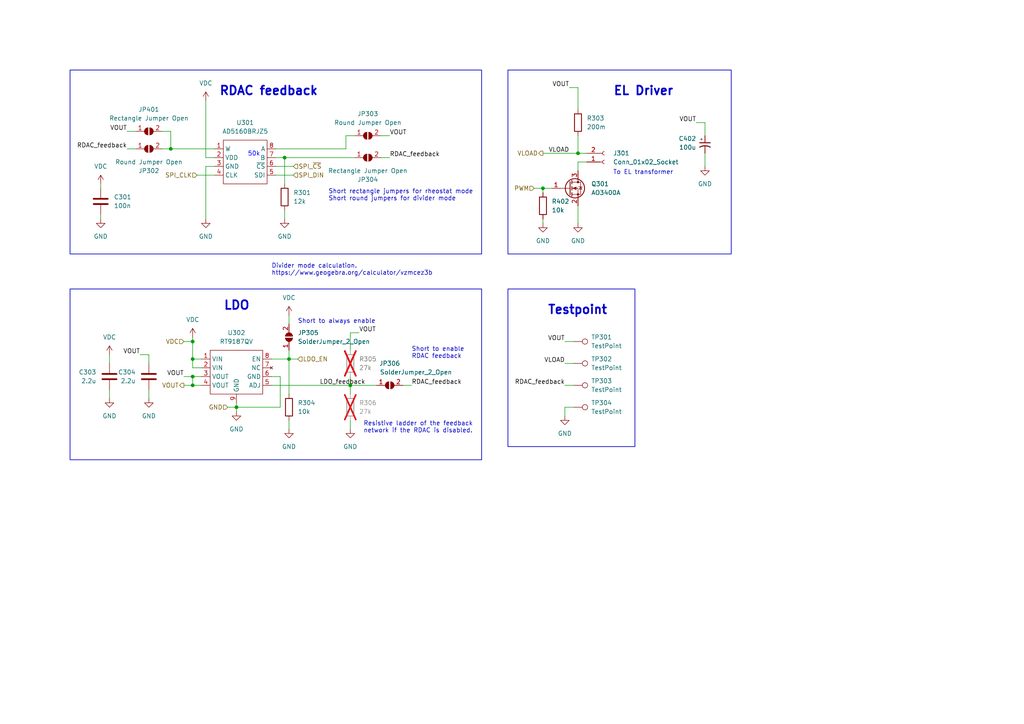
<source format=kicad_sch>
(kicad_sch (version 20230121) (generator eeschema)
  (paper "A4")
  (lib_symbols
    (symbol "AD5160:AD5160BRJZ5"
      (property "Reference" "U" (at 0 1.27 0))
      (property "Value" "AD5160BRJZ5" (at 0 3.81 0))
      (symbol "AD5160BRJZ5_0_1"
        (rectangle (start -6.35 0) (end 6.35 -12.7))
      )
      (symbol "AD5160BRJZ5_1_1"
        (text "50k" (at 2.54 -3.81 0) (effects (font (size 1.27 1.27))))
        (pin bidirectional line (at -8.89 -2.54 0) (length 2.54) (name "W") (number "1"))
        (pin power_in line (at -8.89 -5.08 0) (length 2.54) (name "VDD") (number "2"))
        (pin power_in line (at -8.89 -7.62 0) (length 2.54) (name "GND") (number "3"))
        (pin input line (at -8.89 -10.16 0) (length 2.54) (name "CLK") (number "4"))
        (pin input line (at 8.89 -10.16 180) (length 2.54) (name "SDI") (number "5"))
        (pin input line (at 8.89 -7.62 180) (length 2.54) (name "~{CS}") (number "6"))
        (pin bidirectional line (at 8.89 -5.08 180) (length 2.54) (name "B") (number "7"))
        (pin bidirectional line (at 8.89 -2.54 180) (length 2.54) (name "A") (number "8"))
      )
    )
    (symbol "Connector:Conn_01x02_Socket" (pin_names (offset 1.016) hide)
      (property "Reference" "J" (at 0 2.54 0))
      (property "Value" "Conn_01x02_Socket" (at 0 -5.08 0))
      (symbol "Conn_01x02_Socket_1_1"
        (arc (start 0 -2.032) (mid -0.5058 -2.54) (end 0 -3.048) (stroke (width 0.1524)))
        (polyline (pts (xy -1.27 -2.54) (xy -0.508 -2.54)) (stroke (width 0.1524)))
        (polyline (pts (xy -1.27 0) (xy -0.508 0)) (stroke (width 0.1524)))
        (arc (start 0 0.508) (mid -0.5058 0) (end 0 -0.508) (stroke (width 0.1524)))
        (pin passive line (at -5.08 0 0) (length 3.81) (name "Pin_1") (number "1"))
        (pin passive line (at -5.08 -2.54 0) (length 3.81) (name "Pin_2") (number "2"))
      )
    )
    (symbol "Connector:TestPoint" (pin_numbers hide) (pin_names (offset 0.762) hide)
      (property "Reference" "TP" (at 0 6.858 0))
      (property "Value" "TestPoint" (at 0 5.08 0))
      (symbol "TestPoint_0_1"
        (circle (center 0 3.302) (radius 0.762))
      )
      (symbol "TestPoint_1_1"
        (pin passive line (at 0 0 90) (length 2.54) (name "1") (number "1"))
      )
    )
    (symbol "Device:C" (pin_numbers hide) (pin_names (offset 0.254))
      (property "Reference" "C" (at 0.635 2.54 0))
      (property "Value" "C" (at 0.635 -2.54 0))
      (symbol "C_0_1"
        (polyline (pts (xy -2.032 -0.762) (xy 2.032 -0.762)) (stroke (width 0.508)))
        (polyline (pts (xy -2.032 0.762) (xy 2.032 0.762)) (stroke (width 0.508)))
      )
      (symbol "C_1_1"
        (pin passive line (at 0 3.81 270) (length 2.794) (name "~") (number "1"))
        (pin passive line (at 0 -3.81 90) (length 2.794) (name "~") (number "2"))
      )
    )
    (symbol "Device:C_Polarized_Small_US" (pin_numbers hide) (pin_names (offset 0.254) hide)
      (property "Reference" "C" (at 0.254 1.778 0))
      (property "Value" "C_Polarized_Small_US" (at 0.254 -2.032 0))
      (symbol "C_Polarized_Small_US_0_1"
        (polyline (pts (xy -1.524 0.508) (xy 1.524 0.508)) (stroke (width 0.3048)))
        (polyline (pts (xy -1.27 1.524) (xy -0.762 1.524)))
        (polyline (pts (xy -1.016 1.27) (xy -1.016 1.778)))
        (arc (start 1.524 -0.762) (mid 0 -0.3734) (end -1.524 -0.762) (stroke (width 0.3048)))
      )
      (symbol "C_Polarized_Small_US_1_1"
        (pin passive line (at 0 2.54 270) (length 2.032) (name "~") (number "1"))
        (pin passive line (at 0 -2.54 90) (length 2.032) (name "~") (number "2"))
      )
    )
    (symbol "Device:R" (pin_numbers hide) (pin_names (offset 0))
      (property "Reference" "R" (at 2.032 0 90))
      (property "Value" "R" (at 0 0 90))
      (symbol "R_0_1"
        (rectangle (start -1.016 -2.54) (end 1.016 2.54) (stroke (width 0.254)))
      )
      (symbol "R_1_1"
        (pin passive line (at 0 3.81 270) (length 1.27) (name "~") (number "1"))
        (pin passive line (at 0 -3.81 90) (length 1.27) (name "~") (number "2"))
      )
    )
    (symbol "Jumper:SolderJumper_2_Open" (pin_names (offset 0) hide)
      (property "Reference" "JP" (at 0 2.032 0))
      (property "Value" "SolderJumper_2_Open" (at 0 -2.54 0))
      (symbol "SolderJumper_2_Open_0_1"
        (arc (start -0.254 1.016) (mid -1.2656 0) (end -0.254 -1.016))
        (arc (start -0.254 1.016) (mid -1.2656 0) (end -0.254 -1.016) (fill (type outline)))
        (polyline (pts (xy -0.254 1.016) (xy -0.254 -1.016)))
        (polyline (pts (xy 0.254 1.016) (xy 0.254 -1.016)))
        (arc (start 0.254 -1.016) (mid 1.2656 0) (end 0.254 1.016))
        (arc (start 0.254 -1.016) (mid 1.2656 0) (end 0.254 1.016) (fill (type outline)))
      )
      (symbol "SolderJumper_2_Open_1_1"
        (pin passive line (at -3.81 0 0) (length 2.54) (name "A") (number "1"))
        (pin passive line (at 3.81 0 180) (length 2.54) (name "B") (number "2"))
      )
    )
    (symbol "RT9178:RT9178QV"
      (property "Reference" "U" (at 0 1.27 0))
      (property "Value" "RT9178QV" (at 0 3.81 0))
      (symbol "RT9178QV_0_1"
        (rectangle (start -7.62 0) (end 7.62 -12.7))
      )
      (symbol "RT9178QV_1_1"
        (pin power_in line (at -10.16 -2.54 0) (length 2.54) (name "VIN") (number "1"))
        (pin power_in line (at -10.16 -5.08 0) (length 2.54) (name "VIN") (number "2"))
        (pin power_out line (at -10.16 -7.62 0) (length 2.54) (name "VOUT") (number "3"))
        (pin power_out line (at -10.16 -10.16 0) (length 2.54) (name "VOUT") (number "4"))
        (pin input line (at 10.16 -10.16 180) (length 2.54) (name "ADJ") (number "5"))
        (pin power_in line (at 10.16 -7.62 180) (length 2.54) (name "GND") (number "6"))
        (pin no_connect line (at 10.16 -5.08 180) (length 2.54) (name "NC") (number "7"))
        (pin input line (at 10.16 -2.54 180) (length 2.54) (name "EN") (number "8"))
        (pin power_in line (at 0 -15.24 90) (length 2.54) (name "GND") (number "9"))
      )
    )
    (symbol "Transistor_FET:AO3400A" (pin_names hide)
      (property "Reference" "Q" (at 5.08 1.905 0))
      (property "Value" "AO3400A" (at 5.08 0 0))
      (symbol "AO3400A_0_1"
        (polyline (pts (xy 0.254 0) (xy -2.54 0)))
        (polyline (pts (xy 0.254 1.905) (xy 0.254 -1.905)) (stroke (width 0.254)))
        (polyline (pts (xy 0.762 -1.27) (xy 0.762 -2.286)) (stroke (width 0.254)))
        (polyline (pts (xy 0.762 0.508) (xy 0.762 -0.508)) (stroke (width 0.254)))
        (polyline (pts (xy 0.762 2.286) (xy 0.762 1.27)) (stroke (width 0.254)))
        (polyline (pts (xy 2.54 2.54) (xy 2.54 1.778)))
        (polyline (pts (xy 2.54 -2.54) (xy 2.54 0) (xy 0.762 0)))
        (polyline (pts (xy 0.762 -1.778) (xy 3.302 -1.778) (xy 3.302 1.778) (xy 0.762 1.778)))
        (polyline (pts (xy 1.016 0) (xy 2.032 0.381) (xy 2.032 -0.381) (xy 1.016 0)) (fill (type outline)))
        (polyline (pts (xy 2.794 0.508) (xy 2.921 0.381) (xy 3.683 0.381) (xy 3.81 0.254)))
        (polyline (pts (xy 3.302 0.381) (xy 2.921 -0.254) (xy 3.683 -0.254) (xy 3.302 0.381)))
        (circle (center 1.651 0) (radius 2.794) (stroke (width 0.254)))
        (circle (center 2.54 -1.778) (radius 0.254) (fill (type outline)))
        (circle (center 2.54 1.778) (radius 0.254) (fill (type outline)))
      )
      (symbol "AO3400A_1_1"
        (pin input line (at -5.08 0 0) (length 2.54) (name "G") (number "1"))
        (pin passive line (at 2.54 -5.08 90) (length 2.54) (name "S") (number "2"))
        (pin passive line (at 2.54 5.08 270) (length 2.54) (name "D") (number "3"))
      )
    )
    (symbol "power:GND" (power) (pin_names (offset 0))
      (property "Value" "GND" (at 0 -3.81 0))
      (symbol "GND_0_1"
        (polyline (pts (xy 0 0) (xy 0 -1.27) (xy 1.27 -1.27) (xy 0 -2.54) (xy -1.27 -1.27) (xy 0 -1.27)))
      )
      (symbol "GND_1_1"
        (pin power_in line (at 0 0 270) (length 0) hide (name "GND") (number "1"))
      )
    )
    (symbol "power:VDC" (power) (pin_names (offset 0))
      (property "Value" "VDC" (at 0 6.35 0))
      (symbol "VDC_0_1"
        (polyline (pts (xy -0.762 1.27) (xy 0 2.54)))
        (polyline (pts (xy 0 0) (xy 0 2.54)))
        (polyline (pts (xy 0 2.54) (xy 0.762 1.27)))
      )
      (symbol "VDC_1_1"
        (pin power_in line (at 0 0 90) (length 0) hide (name "VDC") (number "1"))
      )
    )
  )
  (junction (at 157.48 54.61))
  (junction (at 49.53 43.18))
  (junction (at 55.88 99.06))
  (junction (at 101.6 111.76))
  (junction (at 167.64 44.45))
  (junction (at 68.58 118.11))
  (junction (at 55.88 109.22))
  (junction (at 55.88 111.76))
  (junction (at 82.55 45.72))
  (junction (at 83.82 104.14))
  (junction (at 55.88 104.14))
  (wire (pts (xy 101.6 124.46) (xy 101.6 121.92)))
  (wire (pts (xy 163.83 111.76) (xy 166.37 111.76)))
  (wire (pts (xy 154.94 54.61) (xy 157.48 54.61)))
  (wire (pts (xy 68.58 118.11) (xy 68.58 116.84)))
  (wire (pts (xy 167.64 64.77) (xy 167.64 59.69)))
  (wire (pts (xy 58.42 111.76) (xy 55.88 111.76)))
  (wire (pts (xy 59.69 45.72) (xy 62.23 45.72)))
  (wire (pts (xy 40.64 102.87) (xy 43.18 102.87)))
  (wire (pts (xy 53.34 99.06) (xy 55.88 99.06)))
  (wire (pts (xy 58.42 104.14) (xy 55.88 104.14)))
  (wire (pts (xy 80.01 50.8) (xy 85.09 50.8)))
  (wire (pts (xy 29.21 53.34) (xy 29.21 54.61)))
  (wire (pts (xy 157.48 55.88) (xy 157.48 54.61)))
  (wire (pts (xy 82.55 53.34) (xy 82.55 45.72)))
  (wire (pts (xy 78.74 109.22) (xy 81.28 109.22)))
  (wire (pts (xy 55.88 99.06) (xy 55.88 104.14)))
  (wire (pts (xy 43.18 102.87) (xy 43.18 105.41)))
  (wire (pts (xy 66.04 118.11) (xy 68.58 118.11)))
  (wire (pts (xy 167.64 39.37) (xy 167.64 44.45)))
  (wire (pts (xy 68.58 119.38) (xy 68.58 118.11)))
  (wire (pts (xy 46.99 38.1) (xy 49.53 38.1)))
  (wire (pts (xy 53.34 109.22) (xy 55.88 109.22)))
  (wire (pts (xy 31.75 105.41) (xy 31.75 102.87)))
  (wire (pts (xy 82.55 63.5) (xy 82.55 60.96)))
  (wire (pts (xy 163.83 105.41) (xy 166.37 105.41)))
  (wire (pts (xy 157.48 54.61) (xy 160.02 54.61)))
  (wire (pts (xy 59.69 29.21) (xy 59.69 45.72)))
  (wire (pts (xy 82.55 45.72) (xy 80.01 45.72)))
  (wire (pts (xy 163.83 118.11) (xy 163.83 120.65)))
  (wire (pts (xy 83.82 104.14) (xy 83.82 114.3)))
  (wire (pts (xy 163.83 99.06) (xy 166.37 99.06)))
  (wire (pts (xy 55.88 111.76) (xy 55.88 109.22)))
  (wire (pts (xy 163.83 118.11) (xy 166.37 118.11)))
  (wire (pts (xy 82.55 45.72) (xy 102.87 45.72)))
  (wire (pts (xy 116.84 111.76) (xy 119.38 111.76)))
  (wire (pts (xy 36.83 38.1) (xy 39.37 38.1)))
  (wire (pts (xy 36.83 43.18) (xy 39.37 43.18)))
  (wire (pts (xy 113.03 39.37) (xy 110.49 39.37)))
  (wire (pts (xy 78.74 104.14) (xy 83.82 104.14)))
  (wire (pts (xy 167.64 44.45) (xy 170.18 44.45)))
  (wire (pts (xy 55.88 104.14) (xy 55.88 106.68)))
  (wire (pts (xy 49.53 38.1) (xy 49.53 43.18)))
  (wire (pts (xy 101.6 109.22) (xy 101.6 111.76)))
  (wire (pts (xy 31.75 115.57) (xy 31.75 113.03)))
  (wire (pts (xy 55.88 109.22) (xy 58.42 109.22)))
  (wire (pts (xy 157.48 64.77) (xy 157.48 63.5)))
  (wire (pts (xy 101.6 96.52) (xy 101.6 101.6)))
  (wire (pts (xy 83.82 104.14) (xy 86.36 104.14)))
  (wire (pts (xy 167.64 25.4) (xy 167.64 31.75)))
  (wire (pts (xy 81.28 118.11) (xy 68.58 118.11)))
  (wire (pts (xy 83.82 91.44) (xy 83.82 93.98)))
  (wire (pts (xy 81.28 109.22) (xy 81.28 118.11)))
  (wire (pts (xy 167.64 46.99) (xy 170.18 46.99)))
  (wire (pts (xy 46.99 43.18) (xy 49.53 43.18)))
  (wire (pts (xy 55.88 99.06) (xy 55.88 97.79)))
  (wire (pts (xy 201.93 35.56) (xy 204.47 35.56)))
  (wire (pts (xy 59.69 48.26) (xy 59.69 63.5)))
  (wire (pts (xy 100.33 43.18) (xy 80.01 43.18)))
  (wire (pts (xy 100.33 39.37) (xy 100.33 43.18)))
  (wire (pts (xy 101.6 111.76) (xy 101.6 114.3)))
  (wire (pts (xy 29.21 63.5) (xy 29.21 62.23)))
  (wire (pts (xy 157.48 44.45) (xy 167.64 44.45)))
  (wire (pts (xy 204.47 44.45) (xy 204.47 48.26)))
  (wire (pts (xy 78.74 111.76) (xy 101.6 111.76)))
  (wire (pts (xy 104.14 96.52) (xy 101.6 96.52)))
  (wire (pts (xy 167.64 49.53) (xy 167.64 46.99)))
  (wire (pts (xy 57.15 50.8) (xy 62.23 50.8)))
  (wire (pts (xy 53.34 111.76) (xy 55.88 111.76)))
  (wire (pts (xy 83.82 101.6) (xy 83.82 104.14)))
  (wire (pts (xy 49.53 43.18) (xy 62.23 43.18)))
  (wire (pts (xy 83.82 121.92) (xy 83.82 124.46)))
  (wire (pts (xy 110.49 45.72) (xy 113.03 45.72)))
  (wire (pts (xy 101.6 111.76) (xy 109.22 111.76)))
  (wire (pts (xy 80.01 48.26) (xy 85.09 48.26)))
  (wire (pts (xy 204.47 35.56) (xy 204.47 39.37)))
  (wire (pts (xy 165.1 25.4) (xy 167.64 25.4)))
  (wire (pts (xy 58.42 106.68) (xy 55.88 106.68)))
  (wire (pts (xy 102.87 39.37) (xy 100.33 39.37)))
  (wire (pts (xy 43.18 115.57) (xy 43.18 113.03)))
  (wire (pts (xy 59.69 48.26) (xy 62.23 48.26)))
  (rectangle (start 20.32 20.32) (end 139.7 73.66) (stroke (width 0.2)))
  (rectangle (start 147.32 83.82) (end 184.15 129.54) (stroke (width 0.2)))
  (rectangle (start 147.32 20.32) (end 212.09 73.66) (stroke (width 0.2)))
  (rectangle (start 20.32 83.82) (end 139.7 133.35) (stroke (width 0.2)))
  (text "RDAC feedback" (at 63.5 27.94 0) (effects (font (size 2.5 2.5) (thickness 0.5) bold) (justify left bottom)))
  (text "Short to enable \nRDAC feedback" (at 119.38 104.14 0) (effects (font (size 1.27 1.27)) (justify left bottom)))
  (text "LDO" (at 64.77 90.17 0) (effects (font (size 2.5 2.5) bold) (justify left bottom)))
  (text "To EL transformer" (at 177.8 50.8 0) (effects (font (size 1.27 1.27)) (justify left bottom)))
  (text "Short to always enable" (at 86.36 93.98 0) (effects (font (size 1.27 1.27)) (justify left bottom)))
  (text "Resistive ladder of the feedback \nnetwork if the RDAC is disabled." (at 105.41 125.73 0) (effects (font (size 1.27 1.27)) (justify left bottom)))
  (text "Testpoint" (at 158.75 91.44 0) (effects (font (size 2.5 2.5) (thickness 0.5) bold) (justify left bottom)))
  (text "EL Driver" (at 177.8 27.94 0) (effects (font (size 2.5 2.5) bold) (justify left bottom)))
  (text "Short rectangle jumpers for rheostat mode\nShort round jumpers for divider mode" (at 95.25 58.42 0) (effects (font (size 1.27 1.27)) (justify left bottom)))
  (text "Divider mode calculation.\nhttps://www.geogebra.org/calculator/vzmcez3b" (at 78.74 80.01 0) (effects (font (size 1.27 1.27)) (justify left bottom)))
  (label "VOUT" (at 163.83 99.06 180))
  (label "RDAC_feedback" (at 113.03 45.72 0))
  (label "VOUT" (at 36.83 38.1 180))
  (label "VOUT" (at 201.93 35.56 180))
  (label "VLOAD" (at 165.1 44.45 180))
  (label "VOUT" (at 165.1 25.4 180))
  (label "RDAC_feedback" (at 163.83 111.76 180))
  (label "VOUT" (at 53.34 109.22 180))
  (label "RDAC_feedback" (at 36.83 43.18 180))
  (label "LDO_feedback" (at 92.71 111.76 0))
  (label "RDAC_feedback" (at 119.38 111.76 0))
  (label "VOUT" (at 40.64 102.87 180))
  (label "VOUT" (at 104.14 96.52 0))
  (label "VLOAD" (at 163.83 105.41 180))
  (label "VOUT" (at 113.03 39.37 0))
  (hierarchical_label "VLOAD" (shape output) (at 157.48 44.45 180))
  (hierarchical_label "VOUT" (shape output) (at 53.34 111.76 180))
  (hierarchical_label "SPI_DIN" (shape input) (at 85.09 50.8 0))
  (hierarchical_label "LDO_EN" (shape input) (at 86.36 104.14 0))
  (hierarchical_label "VDC" (shape input) (at 53.34 99.06 180))
  (hierarchical_label "GND" (shape input) (at 66.04 118.11 180))
  (hierarchical_label "PWM" (shape input) (at 154.94 54.61 180))
  (hierarchical_label "SPI_~{CS}" (shape input) (at 85.09 48.26 0))
  (hierarchical_label "SPI_CLK" (shape input) (at 57.15 50.8 180))
  (symbol (lib_id "Device:R") (at 101.6 118.11 0) (unit 1) (in_bom no) (dnp yes)
    (property "Reference" "R306" (at 104.14 116.84 0) (effects (justify left)))
    (property "Value" "27k" (at 104.14 119.38 0) (effects (justify left)))
    (property "Footprint" "Resistor_THT:R_Axial_DIN0207_L6.3mm_D2.5mm_P7.62mm_Horizontal" (effects hide))
    (instances (project "EENLD_main" (path "" (reference "R306") (unit 1)) (path "" (reference "R406") (unit 1)) (path "" (reference "R606") (unit 1)) (path "" (reference "R506") (unit 1))))
  )
  (symbol (lib_id "power:GND") (at 68.58 119.38 0) (unit 1)
    (property "Reference" "#PWR025" (effects hide))
    (property "Value" "GND" (at 68.58 124.46 0))
  )
  (symbol (lib_id "Device:C") (at 43.18 109.22 0) (mirror y) (unit 1)
    (property "Reference" "C304" (at 39.37 107.95 0) (effects (justify left)))
    (property "Value" "2.2u" (at 39.37 110.49 0) (effects (justify left)))
    (instances (project "EENLD_main" (path "" (reference "C304") (unit 1)) (path "" (reference "C404") (unit 1)) (path "" (reference "C604") (unit 1)) (path "" (reference "C504") (unit 1))))
  )
  (symbol (lib_id "power:GND") (at 31.75 115.57 0) (unit 1)
    (property "Reference" "#PWR042" (effects hide))
    (property "Value" "GND" (at 31.75 120.65 0))
  )
  (symbol (lib_id "Device:C") (at 29.21 58.42 0) (unit 1)
    (property "Reference" "C301" (at 33.02 57.15 0) (effects (justify left)))
    (property "Value" "100n" (at 33.02 59.69 0) (effects (justify left)))
    (instances (project "EENLD_main" (path "" (reference "C301") (unit 1)) (path "" (reference "C401") (unit 1)) (path "" (reference "C601") (unit 1)) (path "" (reference "C501") (unit 1))))
  )
  (symbol (lib_id "AD5160:AD5160BRJZ5") (at 71.12 40.64 0) (unit 1)
    (property "Reference" "U301" (at 71.12 35.56 0))
    (property "Value" "AD5160BRJZ5" (at 71.12 38.1 0))
    (property "Footprint" "Package_TO_SOT_SMD:SOT-23-8_Handsoldering" (effects hide))
    (instances (project "EENLD_main" (path "" (reference "U301") (unit 1)) (path "" (reference "U401") (unit 1)) (path "" (reference "U601") (unit 1)) (path "" (reference "U501") (unit 1))))
  )
  (symbol (lib_id "Connector:Conn_01x02_Socket") (at 175.26 46.99 0) (mirror x) (unit 1)
    (property "Reference" "J301" (at 177.8 44.45 0) (effects (justify left)))
    (property "Value" "Conn_01x02_Socket" (at 177.8 46.99 0) (effects (justify left)))
    (instances (project "EENLD_main" (path "" (reference "J301") (unit 1)) (path "" (reference "J401") (unit 1)) (path "" (reference "J601") (unit 1)) (path "" (reference "J501") (unit 1))))
  )
  (symbol (lib_id "Jumper:SolderJumper_2_Open") (at 43.18 38.1 0) (unit 1)
    (property "Reference" "JP401" (at 43.18 31.75 0))
    (property "Value" "Rectangle Jumper Open" (at 43.18 34.29 0))
    (property "Footprint" "Jumper:SolderJumper-2_P1.3mm_Open_Pad1.0x1.5mm" (effects hide))
    (instances (project "EENLD_main" (path "" (reference "JP401") (unit 1)) (path "" (reference "JP601") (unit 1)) (path "" (reference "JP301") (unit 1)) (path "" (reference "JP501") (unit 1))))
  )
  (symbol (lib_id "power:VDC") (at 59.69 29.21 0) (unit 1)
    (property "Reference" "#PWR037" (effects hide))
    (property "Value" "VDC" (at 59.69 24.13 0))
  )
  (symbol (lib_id "power:GND") (at 204.47 48.26 0) (unit 1)
    (property "Reference" "#PWR048" (effects hide))
    (property "Value" "GND" (at 204.47 53.34 0))
  )
  (symbol (lib_id "Device:R") (at 83.82 118.11 0) (unit 1)
    (property "Reference" "R304" (at 86.36 116.84 0) (effects (justify left)))
    (property "Value" "10k" (at 86.36 119.38 0) (effects (justify left)))
    (instances (project "EENLD_main" (path "" (reference "R304") (unit 1)) (path "" (reference "R404") (unit 1)) (path "" (reference "R504") (unit 1)) (path "" (reference "R604") (unit 1))))
  )
  (symbol (lib_id "power:VDC") (at 83.82 91.44 0) (unit 1)
    (property "Reference" "#PWR0302" (effects hide))
    (property "Value" "VDC" (at 83.82 86.36 0))
    (instances (project "EENLD_main" (path "" (reference "#PWR0302") (unit 1)) (path "" (reference "#PWR0402") (unit 1)) (path "" (reference "#PWR0502") (unit 1)) (path "" (reference "#PWR0602") (unit 1))))
  )
  (symbol (lib_id "power:GND") (at 157.48 64.77 0) (unit 1)
    (property "Reference" "#PWR043" (effects hide))
    (property "Value" "GND" (at 157.48 69.85 0))
  )
  (symbol (lib_id "Connector:TestPoint") (at 166.37 111.76 270) (unit 1)
    (property "Reference" "TP303" (at 171.45 110.49 90) (effects (justify left)))
    (property "Value" "TestPoint" (at 171.45 113.03 90) (effects (justify left)))
    (instances (project "EENLD_main" (path "" (reference "TP303") (unit 1)) (path "" (reference "TP403") (unit 1)) (path "" (reference "TP503") (unit 1)) (path "" (reference "TP603") (unit 1))))
  )
  (symbol (lib_id "power:GND") (at 83.82 124.46 0) (unit 1)
    (property "Reference" "#PWR0301" (effects hide))
    (property "Value" "GND" (at 83.82 129.54 0))
    (instances (project "EENLD_main" (path "" (reference "#PWR0301") (unit 1)) (path "" (reference "#PWR0401") (unit 1)) (path "" (reference "#PWR0501") (unit 1)) (path "" (reference "#PWR0601") (unit 1))))
  )
  (symbol (lib_id "Jumper:SolderJumper_2_Open") (at 83.82 97.79 90) (unit 1)
    (property "Reference" "JP305" (at 86.36 96.52 90) (effects (justify right)))
    (property "Value" "SolderJumper_2_Open" (at 86.36 99.06 90) (effects (justify right)))
    (instances (project "EENLD_main" (path "" (reference "JP305") (unit 1)) (path "" (reference "JP405") (unit 1)) (path "" (reference "JP505") (unit 1)) (path "" (reference "JP605") (unit 1))))
  )
  (symbol (lib_id "power:GND") (at 163.83 120.65 0) (unit 1)
    (property "Reference" "#PWR075" (effects hide))
    (property "Value" "GND" (at 163.83 125.73 0))
    (instances (project "EENLD_main" (path "" (reference "#PWR075") (unit 1)) (path "" (reference "#PWR076") (unit 1)) (path "" (reference "#PWR077") (unit 1)) (path "" (reference "#PWR078") (unit 1))))
  )
  (symbol (lib_id "power:GND") (at 29.21 63.5 0) (mirror y) (unit 1)
    (property "Reference" "#PWR045" (effects hide))
    (property "Value" "GND" (at 29.21 68.58 0))
  )
  (symbol (lib_id "Device:R") (at 157.48 59.69 0) (unit 1)
    (property "Reference" "R402" (at 160.02 58.42 0) (effects (justify left)))
    (property "Value" "10k" (at 160.02 60.96 0) (effects (justify left)))
    (instances (project "EENLD_main" (path "" (reference "R402") (unit 1)) (path "" (reference "R602") (unit 1)) (path "" (reference "R302") (unit 1)) (path "" (reference "R502") (unit 1))))
  )
  (symbol (lib_id "Transistor_FET:AO3400A") (at 165.1 54.61 0) (unit 1)
    (property "Reference" "Q301" (at 171.45 53.34 0) (effects (justify left)))
    (property "Value" "AO3400A" (at 171.45 55.88 0) (effects (justify left)))
    (property "Footprint" "Package_TO_SOT_SMD:SOT-23" (effects hide))
    (property "Datasheet" "http://www.aosmd.com/pdfs/datasheet/AO3400A.pdf" (effects hide))
    (instances (project "EENLD_main" (path "" (reference "Q301") (unit 1)) (path "" (reference "Q401") (unit 1)) (path "" (reference "Q601") (unit 1)) (path "" (reference "Q501") (unit 1))))
  )
  (symbol (lib_id "Connector:TestPoint") (at 166.37 105.41 270) (unit 1)
    (property "Reference" "TP302" (at 171.45 104.14 90) (effects (justify left)))
    (property "Value" "TestPoint" (at 171.45 106.68 90) (effects (justify left)))
    (instances (project "EENLD_main" (path "" (reference "TP302") (unit 1)) (path "" (reference "TP402") (unit 1)) (path "" (reference "TP502") (unit 1)) (path "" (reference "TP602") (unit 1))))
  )
  (symbol (lib_id "Device:R") (at 167.64 35.56 0) (unit 1)
    (property "Reference" "R303" (at 170.18 34.29 0) (effects (justify left)))
    (property "Value" "200m" (at 170.18 36.83 0) (effects (justify left)))
    (instances (project "EENLD_main" (path "" (reference "R303") (unit 1)) (path "" (reference "R403") (unit 1)) (path "" (reference "R603") (unit 1)) (path "" (reference "R503") (unit 1))))
  )
  (symbol (lib_id "Device:C") (at 31.75 109.22 0) (mirror y) (unit 1)
    (property "Reference" "C303" (at 27.94 107.95 0) (effects (justify left)))
    (property "Value" "2.2u" (at 27.94 110.49 0) (effects (justify left)))
    (instances (project "EENLD_main" (path "" (reference "C303") (unit 1)) (path "" (reference "C403") (unit 1)) (path "" (reference "C603") (unit 1)) (path "" (reference "C503") (unit 1))))
  )
  (symbol (lib_id "Device:C_Polarized_Small_US") (at 204.47 41.91 0) (unit 1)
    (property "Reference" "C402" (at 201.93 40.2082 0) (effects (justify right)))
    (property "Value" "100u" (at 201.93 42.7482 0) (effects (justify right)))
    (instances (project "EENLD_main" (path "" (reference "C402") (unit 1)) (path "" (reference "C602") (unit 1)) (path "" (reference "C302") (unit 1)) (path "" (reference "C502") (unit 1))))
  )
  (symbol (lib_id "Jumper:SolderJumper_2_Open") (at 43.18 43.18 0) (mirror x) (unit 1)
    (property "Reference" "JP302" (at 43.18 49.53 0))
    (property "Value" "Round Jumper Open" (at 43.18 46.99 0))
    (instances (project "EENLD_main" (path "" (reference "JP302") (unit 1)) (path "" (reference "JP402") (unit 1)) (path "" (reference "JP602") (unit 1)) (path "" (reference "JP502") (unit 1))))
  )
  (symbol (lib_id "power:GND") (at 43.18 115.57 0) (unit 1)
    (property "Reference" "#PWR041" (effects hide))
    (property "Value" "GND" (at 43.18 120.65 0))
  )
  (symbol (lib_id "Device:R") (at 101.6 105.41 0) (unit 1) (in_bom no) (dnp yes)
    (property "Reference" "R305" (at 104.14 104.14 0) (effects (justify left)))
    (property "Value" "27k" (at 104.14 106.68 0) (effects (justify left)))
    (property "Footprint" "Resistor_THT:R_Axial_DIN0207_L6.3mm_D2.5mm_P7.62mm_Horizontal" (effects hide))
    (instances (project "EENLD_main" (path "" (reference "R305") (unit 1)) (path "" (reference "R405") (unit 1)) (path "" (reference "R605") (unit 1)) (path "" (reference "R505") (unit 1))))
  )
  (symbol (lib_id "power:GND") (at 167.64 64.77 0) (unit 1)
    (property "Reference" "#PWR040" (effects hide))
    (property "Value" "GND" (at 167.64 69.85 0))
  )
  (symbol (lib_id "Connector:TestPoint") (at 166.37 118.11 270) (unit 1)
    (property "Reference" "TP304" (at 171.45 116.84 90) (effects (justify left)))
    (property "Value" "TestPoint" (at 171.45 119.38 90) (effects (justify left)))
    (instances (project "EENLD_main" (path "" (reference "TP304") (unit 1)) (path "" (reference "TP404") (unit 1)) (path "" (reference "TP504") (unit 1)) (path "" (reference "TP604") (unit 1))))
  )
  (symbol (lib_id "power:VDC") (at 31.75 102.87 0) (unit 1)
    (property "Reference" "#PWR046" (effects hide))
    (property "Value" "VDC" (at 31.75 97.79 0))
  )
  (symbol (lib_id "power:GND") (at 101.6 124.46 0) (unit 1)
    (property "Reference" "#PWR047" (effects hide))
    (property "Value" "GND" (at 101.6 129.54 0))
  )
  (symbol (lib_id "power:GND") (at 82.55 63.5 0) (unit 1)
    (property "Reference" "#PWR039" (effects hide))
    (property "Value" "GND" (at 82.55 68.58 0))
  )
  (symbol (lib_id "Jumper:SolderJumper_2_Open") (at 113.03 111.76 0) (unit 1)
    (property "Reference" "JP306" (at 113.03 105.41 0))
    (property "Value" "SolderJumper_2_Open" (at 120.65 107.95 0))
    (instances (project "EENLD_main" (path "" (reference "JP306") (unit 1)) (path "" (reference "JP406") (unit 1)) (path "" (reference "JP606") (unit 1)) (path "" (reference "JP506") (unit 1))))
  )
  (symbol (lib_id "Device:R") (at 82.55 57.15 0) (unit 1)
    (property "Reference" "R301" (at 85.09 55.88 0) (effects (justify left)))
    (property "Value" "12k" (at 85.09 58.42 0) (effects (justify left)))
    (instances (project "EENLD_main" (path "" (reference "R301") (unit 1)) (path "" (reference "R401") (unit 1)) (path "" (reference "R601") (unit 1)) (path "" (reference "R501") (unit 1))))
  )
  (symbol (lib_id "Connector:TestPoint") (at 166.37 99.06 270) (unit 1)
    (property "Reference" "TP301" (at 171.45 97.79 90) (effects (justify left)))
    (property "Value" "TestPoint" (at 171.45 100.33 90) (effects (justify left)))
    (instances (project "EENLD_main" (path "" (reference "TP301") (unit 1)) (path "" (reference "TP401") (unit 1)) (path "" (reference "TP501") (unit 1)) (path "" (reference "TP601") (unit 1))))
  )
  (symbol (lib_id "RT9178:RT9178QV") (at 68.58 101.6 0) (unit 1)
    (property "Reference" "U302" (at 68.58 96.52 0))
    (property "Value" "RT9187QV" (at 68.58 99.06 0))
    (property "Footprint" "Package_DFN_QFN:DFN-8-1EP_3x3mm_P0.65mm_EP1.55x2.4mm" (effects hide))
    (property "Datasheet" "https://www.lcsc.com/datasheet/lcsc_datasheet_1811150411_Richtek-Tech-RT9187GQV_C147970.pdf" (effects hide))
    (instances (project "EENLD_main" (path "" (reference "U302") (unit 1)) (path "" (reference "U402") (unit 1)) (path "" (reference "U502") (unit 1)) (path "" (reference "U602") (unit 1))))
  )
  (symbol (lib_id "power:GND") (at 59.69 63.5 0) (unit 1)
    (property "Reference" "#PWR038" (effects hide))
    (property "Value" "GND" (at 59.69 68.58 0))
  )
  (symbol (lib_id "Jumper:SolderJumper_2_Open") (at 106.68 45.72 0) (mirror x) (unit 1)
    (property "Reference" "JP304" (at 106.68 52.07 0))
    (property "Value" "Rectangle Jumper Open" (at 106.68 49.53 0))
    (property "Footprint" "Jumper:SolderJumper-2_P1.3mm_Open_Pad1.0x1.5mm" (effects hide))
    (instances (project "EENLD_main" (path "" (reference "JP304") (unit 1)) (path "" (reference "JP404") (unit 1)) (path "" (reference "JP604") (unit 1)) (path "" (reference "JP504") (unit 1))))
  )
  (symbol (lib_id "power:VDC") (at 29.21 53.34 0) (mirror y) (unit 1)
    (property "Reference" "#PWR044" (effects hide))
    (property "Value" "VDC" (at 29.21 48.26 0))
  )
  (symbol (lib_id "Jumper:SolderJumper_2_Open") (at 106.68 39.37 0) (unit 1)
    (property "Reference" "JP303" (at 106.68 33.02 0))
    (property "Value" "Round Jumper Open" (at 106.68 35.56 0))
    (instances (project "EENLD_main" (path "" (reference "JP303") (unit 1)) (path "" (reference "JP403") (unit 1)) (path "" (reference "JP603") (unit 1)) (path "" (reference "JP503") (unit 1))))
  )
  (symbol (lib_id "power:VDC") (at 55.88 97.79 0) (unit 1)
    (property "Reference" "#PWR031" (effects hide))
    (property "Value" "VDC" (at 55.88 92.71 0))
  )
)
</source>
